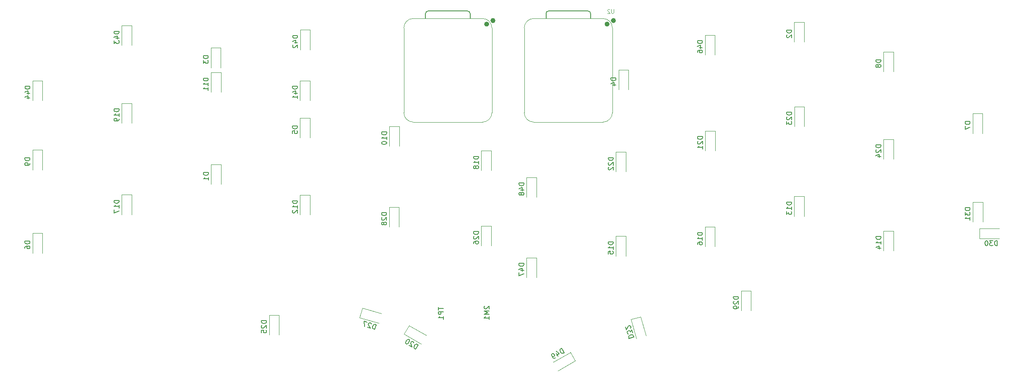
<source format=gbr>
%TF.GenerationSoftware,KiCad,Pcbnew,9.0.6*%
%TF.CreationDate,2026-01-07T23:40:19+05:30*%
%TF.ProjectId,Splitty,53706c69-7474-4792-9e6b-696361645f70,rev?*%
%TF.SameCoordinates,Original*%
%TF.FileFunction,Legend,Bot*%
%TF.FilePolarity,Positive*%
%FSLAX46Y46*%
G04 Gerber Fmt 4.6, Leading zero omitted, Abs format (unit mm)*
G04 Created by KiCad (PCBNEW 9.0.6) date 2026-01-07 23:40:19*
%MOMM*%
%LPD*%
G01*
G04 APERTURE LIST*
%ADD10C,0.150000*%
%ADD11C,0.106680*%
%ADD12C,0.120000*%
%ADD13C,0.100000*%
%ADD14C,0.127000*%
%ADD15C,0.504000*%
G04 APERTURE END LIST*
D10*
X139268393Y-86028449D02*
X138268393Y-86028449D01*
X138268393Y-86028449D02*
X138268393Y-86266544D01*
X138268393Y-86266544D02*
X138316012Y-86409401D01*
X138316012Y-86409401D02*
X138411250Y-86504639D01*
X138411250Y-86504639D02*
X138506488Y-86552258D01*
X138506488Y-86552258D02*
X138696964Y-86599877D01*
X138696964Y-86599877D02*
X138839821Y-86599877D01*
X138839821Y-86599877D02*
X139030297Y-86552258D01*
X139030297Y-86552258D02*
X139125535Y-86504639D01*
X139125535Y-86504639D02*
X139220774Y-86409401D01*
X139220774Y-86409401D02*
X139268393Y-86266544D01*
X139268393Y-86266544D02*
X139268393Y-86028449D01*
X139268393Y-87552258D02*
X139268393Y-86980830D01*
X139268393Y-87266544D02*
X138268393Y-87266544D01*
X138268393Y-87266544D02*
X138411250Y-87171306D01*
X138411250Y-87171306D02*
X138506488Y-87076068D01*
X138506488Y-87076068D02*
X138554107Y-86980830D01*
X138696964Y-88123687D02*
X138649345Y-88028449D01*
X138649345Y-88028449D02*
X138601726Y-87980830D01*
X138601726Y-87980830D02*
X138506488Y-87933211D01*
X138506488Y-87933211D02*
X138458869Y-87933211D01*
X138458869Y-87933211D02*
X138363631Y-87980830D01*
X138363631Y-87980830D02*
X138316012Y-88028449D01*
X138316012Y-88028449D02*
X138268393Y-88123687D01*
X138268393Y-88123687D02*
X138268393Y-88314163D01*
X138268393Y-88314163D02*
X138316012Y-88409401D01*
X138316012Y-88409401D02*
X138363631Y-88457020D01*
X138363631Y-88457020D02*
X138458869Y-88504639D01*
X138458869Y-88504639D02*
X138506488Y-88504639D01*
X138506488Y-88504639D02*
X138601726Y-88457020D01*
X138601726Y-88457020D02*
X138649345Y-88409401D01*
X138649345Y-88409401D02*
X138696964Y-88314163D01*
X138696964Y-88314163D02*
X138696964Y-88123687D01*
X138696964Y-88123687D02*
X138744583Y-88028449D01*
X138744583Y-88028449D02*
X138792202Y-87980830D01*
X138792202Y-87980830D02*
X138887440Y-87933211D01*
X138887440Y-87933211D02*
X139077916Y-87933211D01*
X139077916Y-87933211D02*
X139173154Y-87980830D01*
X139173154Y-87980830D02*
X139220774Y-88028449D01*
X139220774Y-88028449D02*
X139268393Y-88123687D01*
X139268393Y-88123687D02*
X139268393Y-88314163D01*
X139268393Y-88314163D02*
X139220774Y-88409401D01*
X139220774Y-88409401D02*
X139173154Y-88457020D01*
X139173154Y-88457020D02*
X139077916Y-88504639D01*
X139077916Y-88504639D02*
X138887440Y-88504639D01*
X138887440Y-88504639D02*
X138792202Y-88457020D01*
X138792202Y-88457020D02*
X138744583Y-88409401D01*
X138744583Y-88409401D02*
X138696964Y-88314163D01*
X220472339Y-66492767D02*
X219472339Y-66492767D01*
X219472339Y-66492767D02*
X219472339Y-66730862D01*
X219472339Y-66730862D02*
X219519958Y-66873719D01*
X219519958Y-66873719D02*
X219615196Y-66968957D01*
X219615196Y-66968957D02*
X219710434Y-67016576D01*
X219710434Y-67016576D02*
X219900910Y-67064195D01*
X219900910Y-67064195D02*
X220043767Y-67064195D01*
X220043767Y-67064195D02*
X220234243Y-67016576D01*
X220234243Y-67016576D02*
X220329481Y-66968957D01*
X220329481Y-66968957D02*
X220424720Y-66873719D01*
X220424720Y-66873719D02*
X220472339Y-66730862D01*
X220472339Y-66730862D02*
X220472339Y-66492767D01*
X219900910Y-67635624D02*
X219853291Y-67540386D01*
X219853291Y-67540386D02*
X219805672Y-67492767D01*
X219805672Y-67492767D02*
X219710434Y-67445148D01*
X219710434Y-67445148D02*
X219662815Y-67445148D01*
X219662815Y-67445148D02*
X219567577Y-67492767D01*
X219567577Y-67492767D02*
X219519958Y-67540386D01*
X219519958Y-67540386D02*
X219472339Y-67635624D01*
X219472339Y-67635624D02*
X219472339Y-67826100D01*
X219472339Y-67826100D02*
X219519958Y-67921338D01*
X219519958Y-67921338D02*
X219567577Y-67968957D01*
X219567577Y-67968957D02*
X219662815Y-68016576D01*
X219662815Y-68016576D02*
X219710434Y-68016576D01*
X219710434Y-68016576D02*
X219805672Y-67968957D01*
X219805672Y-67968957D02*
X219853291Y-67921338D01*
X219853291Y-67921338D02*
X219900910Y-67826100D01*
X219900910Y-67826100D02*
X219900910Y-67635624D01*
X219900910Y-67635624D02*
X219948529Y-67540386D01*
X219948529Y-67540386D02*
X219996148Y-67492767D01*
X219996148Y-67492767D02*
X220091386Y-67445148D01*
X220091386Y-67445148D02*
X220281862Y-67445148D01*
X220281862Y-67445148D02*
X220377100Y-67492767D01*
X220377100Y-67492767D02*
X220424720Y-67540386D01*
X220424720Y-67540386D02*
X220472339Y-67635624D01*
X220472339Y-67635624D02*
X220472339Y-67826100D01*
X220472339Y-67826100D02*
X220424720Y-67921338D01*
X220424720Y-67921338D02*
X220377100Y-67968957D01*
X220377100Y-67968957D02*
X220281862Y-68016576D01*
X220281862Y-68016576D02*
X220091386Y-68016576D01*
X220091386Y-68016576D02*
X219996148Y-67968957D01*
X219996148Y-67968957D02*
X219948529Y-67921338D01*
X219948529Y-67921338D02*
X219900910Y-67826100D01*
X191732339Y-114396576D02*
X190732339Y-114396576D01*
X190732339Y-114396576D02*
X190732339Y-114634671D01*
X190732339Y-114634671D02*
X190779958Y-114777528D01*
X190779958Y-114777528D02*
X190875196Y-114872766D01*
X190875196Y-114872766D02*
X190970434Y-114920385D01*
X190970434Y-114920385D02*
X191160910Y-114968004D01*
X191160910Y-114968004D02*
X191303767Y-114968004D01*
X191303767Y-114968004D02*
X191494243Y-114920385D01*
X191494243Y-114920385D02*
X191589481Y-114872766D01*
X191589481Y-114872766D02*
X191684720Y-114777528D01*
X191684720Y-114777528D02*
X191732339Y-114634671D01*
X191732339Y-114634671D02*
X191732339Y-114396576D01*
X190827577Y-115348957D02*
X190779958Y-115396576D01*
X190779958Y-115396576D02*
X190732339Y-115491814D01*
X190732339Y-115491814D02*
X190732339Y-115729909D01*
X190732339Y-115729909D02*
X190779958Y-115825147D01*
X190779958Y-115825147D02*
X190827577Y-115872766D01*
X190827577Y-115872766D02*
X190922815Y-115920385D01*
X190922815Y-115920385D02*
X191018053Y-115920385D01*
X191018053Y-115920385D02*
X191160910Y-115872766D01*
X191160910Y-115872766D02*
X191732339Y-115301338D01*
X191732339Y-115301338D02*
X191732339Y-115920385D01*
X191732339Y-116396576D02*
X191732339Y-116587052D01*
X191732339Y-116587052D02*
X191684720Y-116682290D01*
X191684720Y-116682290D02*
X191637100Y-116729909D01*
X191637100Y-116729909D02*
X191494243Y-116825147D01*
X191494243Y-116825147D02*
X191303767Y-116872766D01*
X191303767Y-116872766D02*
X190922815Y-116872766D01*
X190922815Y-116872766D02*
X190827577Y-116825147D01*
X190827577Y-116825147D02*
X190779958Y-116777528D01*
X190779958Y-116777528D02*
X190732339Y-116682290D01*
X190732339Y-116682290D02*
X190732339Y-116491814D01*
X190732339Y-116491814D02*
X190779958Y-116396576D01*
X190779958Y-116396576D02*
X190827577Y-116348957D01*
X190827577Y-116348957D02*
X190922815Y-116301338D01*
X190922815Y-116301338D02*
X191160910Y-116301338D01*
X191160910Y-116301338D02*
X191256148Y-116348957D01*
X191256148Y-116348957D02*
X191303767Y-116396576D01*
X191303767Y-116396576D02*
X191351386Y-116491814D01*
X191351386Y-116491814D02*
X191351386Y-116682290D01*
X191351386Y-116682290D02*
X191303767Y-116777528D01*
X191303767Y-116777528D02*
X191256148Y-116825147D01*
X191256148Y-116825147D02*
X191160910Y-116872766D01*
X220472339Y-83716576D02*
X219472339Y-83716576D01*
X219472339Y-83716576D02*
X219472339Y-83954671D01*
X219472339Y-83954671D02*
X219519958Y-84097528D01*
X219519958Y-84097528D02*
X219615196Y-84192766D01*
X219615196Y-84192766D02*
X219710434Y-84240385D01*
X219710434Y-84240385D02*
X219900910Y-84288004D01*
X219900910Y-84288004D02*
X220043767Y-84288004D01*
X220043767Y-84288004D02*
X220234243Y-84240385D01*
X220234243Y-84240385D02*
X220329481Y-84192766D01*
X220329481Y-84192766D02*
X220424720Y-84097528D01*
X220424720Y-84097528D02*
X220472339Y-83954671D01*
X220472339Y-83954671D02*
X220472339Y-83716576D01*
X219567577Y-84668957D02*
X219519958Y-84716576D01*
X219519958Y-84716576D02*
X219472339Y-84811814D01*
X219472339Y-84811814D02*
X219472339Y-85049909D01*
X219472339Y-85049909D02*
X219519958Y-85145147D01*
X219519958Y-85145147D02*
X219567577Y-85192766D01*
X219567577Y-85192766D02*
X219662815Y-85240385D01*
X219662815Y-85240385D02*
X219758053Y-85240385D01*
X219758053Y-85240385D02*
X219900910Y-85192766D01*
X219900910Y-85192766D02*
X220472339Y-84621338D01*
X220472339Y-84621338D02*
X220472339Y-85240385D01*
X219805672Y-86097528D02*
X220472339Y-86097528D01*
X219424720Y-85859433D02*
X220139005Y-85621338D01*
X220139005Y-85621338D02*
X220139005Y-86240385D01*
X169642499Y-122864746D02*
X170603761Y-122589109D01*
X170603761Y-122589109D02*
X170538133Y-122360237D01*
X170538133Y-122360237D02*
X170452982Y-122236039D01*
X170452982Y-122236039D02*
X170335182Y-122170742D01*
X170335182Y-122170742D02*
X170230507Y-122151219D01*
X170230507Y-122151219D02*
X170034284Y-122157947D01*
X170034284Y-122157947D02*
X169896961Y-122197323D01*
X169896961Y-122197323D02*
X169726989Y-122295600D01*
X169726989Y-122295600D02*
X169648566Y-122367626D01*
X169648566Y-122367626D02*
X169583269Y-122485425D01*
X169583269Y-122485425D02*
X169576871Y-122635874D01*
X169576871Y-122635874D02*
X169642499Y-122864746D01*
X170354374Y-121719396D02*
X170183742Y-121124329D01*
X170183742Y-121124329D02*
X169909426Y-121549754D01*
X169909426Y-121549754D02*
X169870049Y-121412431D01*
X169870049Y-121412431D02*
X169798024Y-121334008D01*
X169798024Y-121334008D02*
X169739124Y-121301359D01*
X169739124Y-121301359D02*
X169634449Y-121281836D01*
X169634449Y-121281836D02*
X169405578Y-121347464D01*
X169405578Y-121347464D02*
X169327154Y-121419489D01*
X169327154Y-121419489D02*
X169294506Y-121478389D01*
X169294506Y-121478389D02*
X169274982Y-121583064D01*
X169274982Y-121583064D02*
X169353736Y-121857710D01*
X169353736Y-121857710D02*
X169425761Y-121936133D01*
X169425761Y-121936133D02*
X169484661Y-121968782D01*
X169987188Y-120784385D02*
X170019837Y-120725485D01*
X170019837Y-120725485D02*
X170039360Y-120620811D01*
X170039360Y-120620811D02*
X169973732Y-120391939D01*
X169973732Y-120391939D02*
X169901707Y-120313516D01*
X169901707Y-120313516D02*
X169842807Y-120280867D01*
X169842807Y-120280867D02*
X169738133Y-120261344D01*
X169738133Y-120261344D02*
X169646584Y-120287595D01*
X169646584Y-120287595D02*
X169522386Y-120372746D01*
X169522386Y-120372746D02*
X169130601Y-121079546D01*
X169130601Y-121079546D02*
X168959968Y-120484479D01*
X238482339Y-96426576D02*
X237482339Y-96426576D01*
X237482339Y-96426576D02*
X237482339Y-96664671D01*
X237482339Y-96664671D02*
X237529958Y-96807528D01*
X237529958Y-96807528D02*
X237625196Y-96902766D01*
X237625196Y-96902766D02*
X237720434Y-96950385D01*
X237720434Y-96950385D02*
X237910910Y-96998004D01*
X237910910Y-96998004D02*
X238053767Y-96998004D01*
X238053767Y-96998004D02*
X238244243Y-96950385D01*
X238244243Y-96950385D02*
X238339481Y-96902766D01*
X238339481Y-96902766D02*
X238434720Y-96807528D01*
X238434720Y-96807528D02*
X238482339Y-96664671D01*
X238482339Y-96664671D02*
X238482339Y-96426576D01*
X237482339Y-97331338D02*
X237482339Y-97950385D01*
X237482339Y-97950385D02*
X237863291Y-97617052D01*
X237863291Y-97617052D02*
X237863291Y-97759909D01*
X237863291Y-97759909D02*
X237910910Y-97855147D01*
X237910910Y-97855147D02*
X237958529Y-97902766D01*
X237958529Y-97902766D02*
X238053767Y-97950385D01*
X238053767Y-97950385D02*
X238291862Y-97950385D01*
X238291862Y-97950385D02*
X238387100Y-97902766D01*
X238387100Y-97902766D02*
X238434720Y-97855147D01*
X238434720Y-97855147D02*
X238482339Y-97759909D01*
X238482339Y-97759909D02*
X238482339Y-97474195D01*
X238482339Y-97474195D02*
X238434720Y-97378957D01*
X238434720Y-97378957D02*
X238387100Y-97331338D01*
X238482339Y-98902766D02*
X238482339Y-98331338D01*
X238482339Y-98617052D02*
X237482339Y-98617052D01*
X237482339Y-98617052D02*
X237625196Y-98521814D01*
X237625196Y-98521814D02*
X237720434Y-98426576D01*
X237720434Y-98426576D02*
X237768053Y-98331338D01*
X166442339Y-103326576D02*
X165442339Y-103326576D01*
X165442339Y-103326576D02*
X165442339Y-103564671D01*
X165442339Y-103564671D02*
X165489958Y-103707528D01*
X165489958Y-103707528D02*
X165585196Y-103802766D01*
X165585196Y-103802766D02*
X165680434Y-103850385D01*
X165680434Y-103850385D02*
X165870910Y-103898004D01*
X165870910Y-103898004D02*
X166013767Y-103898004D01*
X166013767Y-103898004D02*
X166204243Y-103850385D01*
X166204243Y-103850385D02*
X166299481Y-103802766D01*
X166299481Y-103802766D02*
X166394720Y-103707528D01*
X166394720Y-103707528D02*
X166442339Y-103564671D01*
X166442339Y-103564671D02*
X166442339Y-103326576D01*
X166442339Y-104850385D02*
X166442339Y-104278957D01*
X166442339Y-104564671D02*
X165442339Y-104564671D01*
X165442339Y-104564671D02*
X165585196Y-104469433D01*
X165585196Y-104469433D02*
X165680434Y-104374195D01*
X165680434Y-104374195D02*
X165728053Y-104278957D01*
X165442339Y-105755147D02*
X165442339Y-105278957D01*
X165442339Y-105278957D02*
X165918529Y-105231338D01*
X165918529Y-105231338D02*
X165870910Y-105278957D01*
X165870910Y-105278957D02*
X165823291Y-105374195D01*
X165823291Y-105374195D02*
X165823291Y-105612290D01*
X165823291Y-105612290D02*
X165870910Y-105707528D01*
X165870910Y-105707528D02*
X165918529Y-105755147D01*
X165918529Y-105755147D02*
X166013767Y-105802766D01*
X166013767Y-105802766D02*
X166251862Y-105802766D01*
X166251862Y-105802766D02*
X166347100Y-105755147D01*
X166347100Y-105755147D02*
X166394720Y-105707528D01*
X166394720Y-105707528D02*
X166442339Y-105612290D01*
X166442339Y-105612290D02*
X166442339Y-105374195D01*
X166442339Y-105374195D02*
X166394720Y-105278957D01*
X166394720Y-105278957D02*
X166347100Y-105231338D01*
X131183393Y-116550830D02*
X131183393Y-117122258D01*
X132183393Y-116836544D02*
X131183393Y-116836544D01*
X132183393Y-117455592D02*
X131183393Y-117455592D01*
X131183393Y-117455592D02*
X131183393Y-117836544D01*
X131183393Y-117836544D02*
X131231012Y-117931782D01*
X131231012Y-117931782D02*
X131278631Y-117979401D01*
X131278631Y-117979401D02*
X131373869Y-118027020D01*
X131373869Y-118027020D02*
X131516726Y-118027020D01*
X131516726Y-118027020D02*
X131611964Y-117979401D01*
X131611964Y-117979401D02*
X131659583Y-117931782D01*
X131659583Y-117931782D02*
X131707202Y-117836544D01*
X131707202Y-117836544D02*
X131707202Y-117455592D01*
X132183393Y-118979401D02*
X132183393Y-118407973D01*
X132183393Y-118693687D02*
X131183393Y-118693687D01*
X131183393Y-118693687D02*
X131326250Y-118598449D01*
X131326250Y-118598449D02*
X131421488Y-118503211D01*
X131421488Y-118503211D02*
X131469107Y-118407973D01*
D11*
X166526069Y-56297253D02*
X166526069Y-56930560D01*
X166526069Y-56930560D02*
X166488816Y-57005066D01*
X166488816Y-57005066D02*
X166451562Y-57042320D01*
X166451562Y-57042320D02*
X166377056Y-57079573D01*
X166377056Y-57079573D02*
X166228042Y-57079573D01*
X166228042Y-57079573D02*
X166153536Y-57042320D01*
X166153536Y-57042320D02*
X166116282Y-57005066D01*
X166116282Y-57005066D02*
X166079029Y-56930560D01*
X166079029Y-56930560D02*
X166079029Y-56297253D01*
X165743749Y-56371760D02*
X165706496Y-56334506D01*
X165706496Y-56334506D02*
X165631989Y-56297253D01*
X165631989Y-56297253D02*
X165445723Y-56297253D01*
X165445723Y-56297253D02*
X165371216Y-56334506D01*
X165371216Y-56334506D02*
X165333963Y-56371760D01*
X165333963Y-56371760D02*
X165296709Y-56446266D01*
X165296709Y-56446266D02*
X165296709Y-56520773D01*
X165296709Y-56520773D02*
X165333963Y-56632533D01*
X165333963Y-56632533D02*
X165781003Y-57079573D01*
X165781003Y-57079573D02*
X165296709Y-57079573D01*
D10*
X184452339Y-101439076D02*
X183452339Y-101439076D01*
X183452339Y-101439076D02*
X183452339Y-101677171D01*
X183452339Y-101677171D02*
X183499958Y-101820028D01*
X183499958Y-101820028D02*
X183595196Y-101915266D01*
X183595196Y-101915266D02*
X183690434Y-101962885D01*
X183690434Y-101962885D02*
X183880910Y-102010504D01*
X183880910Y-102010504D02*
X184023767Y-102010504D01*
X184023767Y-102010504D02*
X184214243Y-101962885D01*
X184214243Y-101962885D02*
X184309481Y-101915266D01*
X184309481Y-101915266D02*
X184404720Y-101820028D01*
X184404720Y-101820028D02*
X184452339Y-101677171D01*
X184452339Y-101677171D02*
X184452339Y-101439076D01*
X184452339Y-102962885D02*
X184452339Y-102391457D01*
X184452339Y-102677171D02*
X183452339Y-102677171D01*
X183452339Y-102677171D02*
X183595196Y-102581933D01*
X183595196Y-102581933D02*
X183690434Y-102486695D01*
X183690434Y-102486695D02*
X183738053Y-102391457D01*
X183452339Y-103820028D02*
X183452339Y-103629552D01*
X183452339Y-103629552D02*
X183499958Y-103534314D01*
X183499958Y-103534314D02*
X183547577Y-103486695D01*
X183547577Y-103486695D02*
X183690434Y-103391457D01*
X183690434Y-103391457D02*
X183880910Y-103343838D01*
X183880910Y-103343838D02*
X184261862Y-103343838D01*
X184261862Y-103343838D02*
X184357100Y-103391457D01*
X184357100Y-103391457D02*
X184404720Y-103439076D01*
X184404720Y-103439076D02*
X184452339Y-103534314D01*
X184452339Y-103534314D02*
X184452339Y-103724790D01*
X184452339Y-103724790D02*
X184404720Y-103820028D01*
X184404720Y-103820028D02*
X184357100Y-103867647D01*
X184357100Y-103867647D02*
X184261862Y-103915266D01*
X184261862Y-103915266D02*
X184023767Y-103915266D01*
X184023767Y-103915266D02*
X183928529Y-103867647D01*
X183928529Y-103867647D02*
X183880910Y-103820028D01*
X183880910Y-103820028D02*
X183833291Y-103724790D01*
X183833291Y-103724790D02*
X183833291Y-103534314D01*
X183833291Y-103534314D02*
X183880910Y-103439076D01*
X183880910Y-103439076D02*
X183928529Y-103391457D01*
X183928529Y-103391457D02*
X184023767Y-103343838D01*
X102754819Y-61574076D02*
X101754819Y-61574076D01*
X101754819Y-61574076D02*
X101754819Y-61812171D01*
X101754819Y-61812171D02*
X101802438Y-61955028D01*
X101802438Y-61955028D02*
X101897676Y-62050266D01*
X101897676Y-62050266D02*
X101992914Y-62097885D01*
X101992914Y-62097885D02*
X102183390Y-62145504D01*
X102183390Y-62145504D02*
X102326247Y-62145504D01*
X102326247Y-62145504D02*
X102516723Y-62097885D01*
X102516723Y-62097885D02*
X102611961Y-62050266D01*
X102611961Y-62050266D02*
X102707200Y-61955028D01*
X102707200Y-61955028D02*
X102754819Y-61812171D01*
X102754819Y-61812171D02*
X102754819Y-61574076D01*
X102088152Y-63002647D02*
X102754819Y-63002647D01*
X101707200Y-62764552D02*
X102421485Y-62526457D01*
X102421485Y-62526457D02*
X102421485Y-63145504D01*
X101850057Y-63478838D02*
X101802438Y-63526457D01*
X101802438Y-63526457D02*
X101754819Y-63621695D01*
X101754819Y-63621695D02*
X101754819Y-63859790D01*
X101754819Y-63859790D02*
X101802438Y-63955028D01*
X101802438Y-63955028D02*
X101850057Y-64002647D01*
X101850057Y-64002647D02*
X101945295Y-64050266D01*
X101945295Y-64050266D02*
X102040533Y-64050266D01*
X102040533Y-64050266D02*
X102183390Y-64002647D01*
X102183390Y-64002647D02*
X102754819Y-63431219D01*
X102754819Y-63431219D02*
X102754819Y-64050266D01*
X84718393Y-65687140D02*
X83718393Y-65687140D01*
X83718393Y-65687140D02*
X83718393Y-65925235D01*
X83718393Y-65925235D02*
X83766012Y-66068092D01*
X83766012Y-66068092D02*
X83861250Y-66163330D01*
X83861250Y-66163330D02*
X83956488Y-66210949D01*
X83956488Y-66210949D02*
X84146964Y-66258568D01*
X84146964Y-66258568D02*
X84289821Y-66258568D01*
X84289821Y-66258568D02*
X84480297Y-66210949D01*
X84480297Y-66210949D02*
X84575535Y-66163330D01*
X84575535Y-66163330D02*
X84670774Y-66068092D01*
X84670774Y-66068092D02*
X84718393Y-65925235D01*
X84718393Y-65925235D02*
X84718393Y-65687140D01*
X83718393Y-66591902D02*
X83718393Y-67210949D01*
X83718393Y-67210949D02*
X84099345Y-66877616D01*
X84099345Y-66877616D02*
X84099345Y-67020473D01*
X84099345Y-67020473D02*
X84146964Y-67115711D01*
X84146964Y-67115711D02*
X84194583Y-67163330D01*
X84194583Y-67163330D02*
X84289821Y-67210949D01*
X84289821Y-67210949D02*
X84527916Y-67210949D01*
X84527916Y-67210949D02*
X84623154Y-67163330D01*
X84623154Y-67163330D02*
X84670774Y-67115711D01*
X84670774Y-67115711D02*
X84718393Y-67020473D01*
X84718393Y-67020473D02*
X84718393Y-66734759D01*
X84718393Y-66734759D02*
X84670774Y-66639521D01*
X84670774Y-66639521D02*
X84623154Y-66591902D01*
X66698393Y-94938449D02*
X65698393Y-94938449D01*
X65698393Y-94938449D02*
X65698393Y-95176544D01*
X65698393Y-95176544D02*
X65746012Y-95319401D01*
X65746012Y-95319401D02*
X65841250Y-95414639D01*
X65841250Y-95414639D02*
X65936488Y-95462258D01*
X65936488Y-95462258D02*
X66126964Y-95509877D01*
X66126964Y-95509877D02*
X66269821Y-95509877D01*
X66269821Y-95509877D02*
X66460297Y-95462258D01*
X66460297Y-95462258D02*
X66555535Y-95414639D01*
X66555535Y-95414639D02*
X66650774Y-95319401D01*
X66650774Y-95319401D02*
X66698393Y-95176544D01*
X66698393Y-95176544D02*
X66698393Y-94938449D01*
X66698393Y-96462258D02*
X66698393Y-95890830D01*
X66698393Y-96176544D02*
X65698393Y-96176544D01*
X65698393Y-96176544D02*
X65841250Y-96081306D01*
X65841250Y-96081306D02*
X65936488Y-95986068D01*
X65936488Y-95986068D02*
X65984107Y-95890830D01*
X65698393Y-96795592D02*
X65698393Y-97462258D01*
X65698393Y-97462258D02*
X66698393Y-97033687D01*
X120718393Y-81108449D02*
X119718393Y-81108449D01*
X119718393Y-81108449D02*
X119718393Y-81346544D01*
X119718393Y-81346544D02*
X119766012Y-81489401D01*
X119766012Y-81489401D02*
X119861250Y-81584639D01*
X119861250Y-81584639D02*
X119956488Y-81632258D01*
X119956488Y-81632258D02*
X120146964Y-81679877D01*
X120146964Y-81679877D02*
X120289821Y-81679877D01*
X120289821Y-81679877D02*
X120480297Y-81632258D01*
X120480297Y-81632258D02*
X120575535Y-81584639D01*
X120575535Y-81584639D02*
X120670774Y-81489401D01*
X120670774Y-81489401D02*
X120718393Y-81346544D01*
X120718393Y-81346544D02*
X120718393Y-81108449D01*
X120718393Y-82632258D02*
X120718393Y-82060830D01*
X120718393Y-82346544D02*
X119718393Y-82346544D01*
X119718393Y-82346544D02*
X119861250Y-82251306D01*
X119861250Y-82251306D02*
X119956488Y-82156068D01*
X119956488Y-82156068D02*
X120004107Y-82060830D01*
X119718393Y-83251306D02*
X119718393Y-83346544D01*
X119718393Y-83346544D02*
X119766012Y-83441782D01*
X119766012Y-83441782D02*
X119813631Y-83489401D01*
X119813631Y-83489401D02*
X119908869Y-83537020D01*
X119908869Y-83537020D02*
X120099345Y-83584639D01*
X120099345Y-83584639D02*
X120337440Y-83584639D01*
X120337440Y-83584639D02*
X120527916Y-83537020D01*
X120527916Y-83537020D02*
X120623154Y-83489401D01*
X120623154Y-83489401D02*
X120670774Y-83441782D01*
X120670774Y-83441782D02*
X120718393Y-83346544D01*
X120718393Y-83346544D02*
X120718393Y-83251306D01*
X120718393Y-83251306D02*
X120670774Y-83156068D01*
X120670774Y-83156068D02*
X120623154Y-83108449D01*
X120623154Y-83108449D02*
X120527916Y-83060830D01*
X120527916Y-83060830D02*
X120337440Y-83013211D01*
X120337440Y-83013211D02*
X120099345Y-83013211D01*
X120099345Y-83013211D02*
X119908869Y-83060830D01*
X119908869Y-83060830D02*
X119813631Y-83108449D01*
X119813631Y-83108449D02*
X119766012Y-83156068D01*
X119766012Y-83156068D02*
X119718393Y-83251306D01*
X48718393Y-86354640D02*
X47718393Y-86354640D01*
X47718393Y-86354640D02*
X47718393Y-86592735D01*
X47718393Y-86592735D02*
X47766012Y-86735592D01*
X47766012Y-86735592D02*
X47861250Y-86830830D01*
X47861250Y-86830830D02*
X47956488Y-86878449D01*
X47956488Y-86878449D02*
X48146964Y-86926068D01*
X48146964Y-86926068D02*
X48289821Y-86926068D01*
X48289821Y-86926068D02*
X48480297Y-86878449D01*
X48480297Y-86878449D02*
X48575535Y-86830830D01*
X48575535Y-86830830D02*
X48670774Y-86735592D01*
X48670774Y-86735592D02*
X48718393Y-86592735D01*
X48718393Y-86592735D02*
X48718393Y-86354640D01*
X48718393Y-87402259D02*
X48718393Y-87592735D01*
X48718393Y-87592735D02*
X48670774Y-87687973D01*
X48670774Y-87687973D02*
X48623154Y-87735592D01*
X48623154Y-87735592D02*
X48480297Y-87830830D01*
X48480297Y-87830830D02*
X48289821Y-87878449D01*
X48289821Y-87878449D02*
X47908869Y-87878449D01*
X47908869Y-87878449D02*
X47813631Y-87830830D01*
X47813631Y-87830830D02*
X47766012Y-87783211D01*
X47766012Y-87783211D02*
X47718393Y-87687973D01*
X47718393Y-87687973D02*
X47718393Y-87497497D01*
X47718393Y-87497497D02*
X47766012Y-87402259D01*
X47766012Y-87402259D02*
X47813631Y-87354640D01*
X47813631Y-87354640D02*
X47908869Y-87307021D01*
X47908869Y-87307021D02*
X48146964Y-87307021D01*
X48146964Y-87307021D02*
X48242202Y-87354640D01*
X48242202Y-87354640D02*
X48289821Y-87402259D01*
X48289821Y-87402259D02*
X48337440Y-87497497D01*
X48337440Y-87497497D02*
X48337440Y-87687973D01*
X48337440Y-87687973D02*
X48289821Y-87783211D01*
X48289821Y-87783211D02*
X48242202Y-87830830D01*
X48242202Y-87830830D02*
X48146964Y-87878449D01*
X140528631Y-116329402D02*
X140481012Y-116377021D01*
X140481012Y-116377021D02*
X140433393Y-116472259D01*
X140433393Y-116472259D02*
X140433393Y-116710354D01*
X140433393Y-116710354D02*
X140481012Y-116805592D01*
X140481012Y-116805592D02*
X140528631Y-116853211D01*
X140528631Y-116853211D02*
X140623869Y-116900830D01*
X140623869Y-116900830D02*
X140719107Y-116900830D01*
X140719107Y-116900830D02*
X140861964Y-116853211D01*
X140861964Y-116853211D02*
X141433393Y-116281783D01*
X141433393Y-116281783D02*
X141433393Y-116900830D01*
X141433393Y-117329402D02*
X140433393Y-117329402D01*
X140433393Y-117329402D02*
X141147678Y-117662735D01*
X141147678Y-117662735D02*
X140433393Y-117996068D01*
X140433393Y-117996068D02*
X141433393Y-117996068D01*
X141433393Y-118996068D02*
X141433393Y-118424640D01*
X141433393Y-118710354D02*
X140433393Y-118710354D01*
X140433393Y-118710354D02*
X140576250Y-118615116D01*
X140576250Y-118615116D02*
X140671488Y-118519878D01*
X140671488Y-118519878D02*
X140719107Y-118424640D01*
X148412339Y-107696576D02*
X147412339Y-107696576D01*
X147412339Y-107696576D02*
X147412339Y-107934671D01*
X147412339Y-107934671D02*
X147459958Y-108077528D01*
X147459958Y-108077528D02*
X147555196Y-108172766D01*
X147555196Y-108172766D02*
X147650434Y-108220385D01*
X147650434Y-108220385D02*
X147840910Y-108268004D01*
X147840910Y-108268004D02*
X147983767Y-108268004D01*
X147983767Y-108268004D02*
X148174243Y-108220385D01*
X148174243Y-108220385D02*
X148269481Y-108172766D01*
X148269481Y-108172766D02*
X148364720Y-108077528D01*
X148364720Y-108077528D02*
X148412339Y-107934671D01*
X148412339Y-107934671D02*
X148412339Y-107696576D01*
X147745672Y-109125147D02*
X148412339Y-109125147D01*
X147364720Y-108887052D02*
X148079005Y-108648957D01*
X148079005Y-108648957D02*
X148079005Y-109268004D01*
X147412339Y-109553719D02*
X147412339Y-110220385D01*
X147412339Y-110220385D02*
X148412339Y-109791814D01*
X102718393Y-95000949D02*
X101718393Y-95000949D01*
X101718393Y-95000949D02*
X101718393Y-95239044D01*
X101718393Y-95239044D02*
X101766012Y-95381901D01*
X101766012Y-95381901D02*
X101861250Y-95477139D01*
X101861250Y-95477139D02*
X101956488Y-95524758D01*
X101956488Y-95524758D02*
X102146964Y-95572377D01*
X102146964Y-95572377D02*
X102289821Y-95572377D01*
X102289821Y-95572377D02*
X102480297Y-95524758D01*
X102480297Y-95524758D02*
X102575535Y-95477139D01*
X102575535Y-95477139D02*
X102670774Y-95381901D01*
X102670774Y-95381901D02*
X102718393Y-95239044D01*
X102718393Y-95239044D02*
X102718393Y-95000949D01*
X102718393Y-96524758D02*
X102718393Y-95953330D01*
X102718393Y-96239044D02*
X101718393Y-96239044D01*
X101718393Y-96239044D02*
X101861250Y-96143806D01*
X101861250Y-96143806D02*
X101956488Y-96048568D01*
X101956488Y-96048568D02*
X102004107Y-95953330D01*
X101813631Y-96905711D02*
X101766012Y-96953330D01*
X101766012Y-96953330D02*
X101718393Y-97048568D01*
X101718393Y-97048568D02*
X101718393Y-97286663D01*
X101718393Y-97286663D02*
X101766012Y-97381901D01*
X101766012Y-97381901D02*
X101813631Y-97429520D01*
X101813631Y-97429520D02*
X101908869Y-97477139D01*
X101908869Y-97477139D02*
X102004107Y-97477139D01*
X102004107Y-97477139D02*
X102146964Y-97429520D01*
X102146964Y-97429520D02*
X102718393Y-96858092D01*
X102718393Y-96858092D02*
X102718393Y-97477139D01*
X120698393Y-97418449D02*
X119698393Y-97418449D01*
X119698393Y-97418449D02*
X119698393Y-97656544D01*
X119698393Y-97656544D02*
X119746012Y-97799401D01*
X119746012Y-97799401D02*
X119841250Y-97894639D01*
X119841250Y-97894639D02*
X119936488Y-97942258D01*
X119936488Y-97942258D02*
X120126964Y-97989877D01*
X120126964Y-97989877D02*
X120269821Y-97989877D01*
X120269821Y-97989877D02*
X120460297Y-97942258D01*
X120460297Y-97942258D02*
X120555535Y-97894639D01*
X120555535Y-97894639D02*
X120650774Y-97799401D01*
X120650774Y-97799401D02*
X120698393Y-97656544D01*
X120698393Y-97656544D02*
X120698393Y-97418449D01*
X119793631Y-98370830D02*
X119746012Y-98418449D01*
X119746012Y-98418449D02*
X119698393Y-98513687D01*
X119698393Y-98513687D02*
X119698393Y-98751782D01*
X119698393Y-98751782D02*
X119746012Y-98847020D01*
X119746012Y-98847020D02*
X119793631Y-98894639D01*
X119793631Y-98894639D02*
X119888869Y-98942258D01*
X119888869Y-98942258D02*
X119984107Y-98942258D01*
X119984107Y-98942258D02*
X120126964Y-98894639D01*
X120126964Y-98894639D02*
X120698393Y-98323211D01*
X120698393Y-98323211D02*
X120698393Y-98942258D01*
X120126964Y-99513687D02*
X120079345Y-99418449D01*
X120079345Y-99418449D02*
X120031726Y-99370830D01*
X120031726Y-99370830D02*
X119936488Y-99323211D01*
X119936488Y-99323211D02*
X119888869Y-99323211D01*
X119888869Y-99323211D02*
X119793631Y-99370830D01*
X119793631Y-99370830D02*
X119746012Y-99418449D01*
X119746012Y-99418449D02*
X119698393Y-99513687D01*
X119698393Y-99513687D02*
X119698393Y-99704163D01*
X119698393Y-99704163D02*
X119746012Y-99799401D01*
X119746012Y-99799401D02*
X119793631Y-99847020D01*
X119793631Y-99847020D02*
X119888869Y-99894639D01*
X119888869Y-99894639D02*
X119936488Y-99894639D01*
X119936488Y-99894639D02*
X120031726Y-99847020D01*
X120031726Y-99847020D02*
X120079345Y-99799401D01*
X120079345Y-99799401D02*
X120126964Y-99704163D01*
X120126964Y-99704163D02*
X120126964Y-99513687D01*
X120126964Y-99513687D02*
X120174583Y-99418449D01*
X120174583Y-99418449D02*
X120222202Y-99370830D01*
X120222202Y-99370830D02*
X120317440Y-99323211D01*
X120317440Y-99323211D02*
X120507916Y-99323211D01*
X120507916Y-99323211D02*
X120603154Y-99370830D01*
X120603154Y-99370830D02*
X120650774Y-99418449D01*
X120650774Y-99418449D02*
X120698393Y-99513687D01*
X120698393Y-99513687D02*
X120698393Y-99704163D01*
X120698393Y-99704163D02*
X120650774Y-99799401D01*
X120650774Y-99799401D02*
X120603154Y-99847020D01*
X120603154Y-99847020D02*
X120507916Y-99894639D01*
X120507916Y-99894639D02*
X120317440Y-99894639D01*
X120317440Y-99894639D02*
X120222202Y-99847020D01*
X120222202Y-99847020D02*
X120174583Y-99799401D01*
X120174583Y-99799401D02*
X120126964Y-99704163D01*
X84728393Y-70190949D02*
X83728393Y-70190949D01*
X83728393Y-70190949D02*
X83728393Y-70429044D01*
X83728393Y-70429044D02*
X83776012Y-70571901D01*
X83776012Y-70571901D02*
X83871250Y-70667139D01*
X83871250Y-70667139D02*
X83966488Y-70714758D01*
X83966488Y-70714758D02*
X84156964Y-70762377D01*
X84156964Y-70762377D02*
X84299821Y-70762377D01*
X84299821Y-70762377D02*
X84490297Y-70714758D01*
X84490297Y-70714758D02*
X84585535Y-70667139D01*
X84585535Y-70667139D02*
X84680774Y-70571901D01*
X84680774Y-70571901D02*
X84728393Y-70429044D01*
X84728393Y-70429044D02*
X84728393Y-70190949D01*
X84728393Y-71714758D02*
X84728393Y-71143330D01*
X84728393Y-71429044D02*
X83728393Y-71429044D01*
X83728393Y-71429044D02*
X83871250Y-71333806D01*
X83871250Y-71333806D02*
X83966488Y-71238568D01*
X83966488Y-71238568D02*
X84014107Y-71143330D01*
X84728393Y-72667139D02*
X84728393Y-72095711D01*
X84728393Y-72381425D02*
X83728393Y-72381425D01*
X83728393Y-72381425D02*
X83871250Y-72286187D01*
X83871250Y-72286187D02*
X83966488Y-72190949D01*
X83966488Y-72190949D02*
X84014107Y-72095711D01*
X238472339Y-78982767D02*
X237472339Y-78982767D01*
X237472339Y-78982767D02*
X237472339Y-79220862D01*
X237472339Y-79220862D02*
X237519958Y-79363719D01*
X237519958Y-79363719D02*
X237615196Y-79458957D01*
X237615196Y-79458957D02*
X237710434Y-79506576D01*
X237710434Y-79506576D02*
X237900910Y-79554195D01*
X237900910Y-79554195D02*
X238043767Y-79554195D01*
X238043767Y-79554195D02*
X238234243Y-79506576D01*
X238234243Y-79506576D02*
X238329481Y-79458957D01*
X238329481Y-79458957D02*
X238424720Y-79363719D01*
X238424720Y-79363719D02*
X238472339Y-79220862D01*
X238472339Y-79220862D02*
X238472339Y-78982767D01*
X237472339Y-79887529D02*
X237472339Y-80554195D01*
X237472339Y-80554195D02*
X238472339Y-80125624D01*
X126587766Y-125025813D02*
X127087766Y-124159788D01*
X127087766Y-124159788D02*
X126881570Y-124040740D01*
X126881570Y-124040740D02*
X126734042Y-124010551D01*
X126734042Y-124010551D02*
X126603945Y-124045411D01*
X126603945Y-124045411D02*
X126515086Y-124104080D01*
X126515086Y-124104080D02*
X126378609Y-124245227D01*
X126378609Y-124245227D02*
X126307180Y-124368945D01*
X126307180Y-124368945D02*
X126253182Y-124557712D01*
X126253182Y-124557712D02*
X126246802Y-124664000D01*
X126246802Y-124664000D02*
X126281661Y-124794098D01*
X126281661Y-124794098D02*
X126381570Y-124906766D01*
X126381570Y-124906766D02*
X126587766Y-125025813D01*
X126215361Y-123766076D02*
X126197931Y-123701027D01*
X126197931Y-123701027D02*
X126139262Y-123612169D01*
X126139262Y-123612169D02*
X125933066Y-123493121D01*
X125933066Y-123493121D02*
X125826778Y-123486741D01*
X125826778Y-123486741D02*
X125761729Y-123504171D01*
X125761729Y-123504171D02*
X125672870Y-123562840D01*
X125672870Y-123562840D02*
X125625251Y-123645319D01*
X125625251Y-123645319D02*
X125595062Y-123792846D01*
X125595062Y-123792846D02*
X125804219Y-124573432D01*
X125804219Y-124573432D02*
X125268109Y-124263908D01*
X125231998Y-123088359D02*
X125149519Y-123040740D01*
X125149519Y-123040740D02*
X125043231Y-123034360D01*
X125043231Y-123034360D02*
X124978182Y-123051790D01*
X124978182Y-123051790D02*
X124889324Y-123110459D01*
X124889324Y-123110459D02*
X124752846Y-123251607D01*
X124752846Y-123251607D02*
X124633799Y-123457804D01*
X124633799Y-123457804D02*
X124579800Y-123646570D01*
X124579800Y-123646570D02*
X124573420Y-123752858D01*
X124573420Y-123752858D02*
X124590850Y-123817907D01*
X124590850Y-123817907D02*
X124649519Y-123906766D01*
X124649519Y-123906766D02*
X124731998Y-123954385D01*
X124731998Y-123954385D02*
X124838286Y-123960764D01*
X124838286Y-123960764D02*
X124903334Y-123943335D01*
X124903334Y-123943335D02*
X124992193Y-123884666D01*
X124992193Y-123884666D02*
X125128670Y-123743518D01*
X125128670Y-123743518D02*
X125247718Y-123537321D01*
X125247718Y-123537321D02*
X125301717Y-123348555D01*
X125301717Y-123348555D02*
X125308096Y-123242266D01*
X125308096Y-123242266D02*
X125290667Y-123177218D01*
X125290667Y-123177218D02*
X125231998Y-123088359D01*
X184462339Y-62629076D02*
X183462339Y-62629076D01*
X183462339Y-62629076D02*
X183462339Y-62867171D01*
X183462339Y-62867171D02*
X183509958Y-63010028D01*
X183509958Y-63010028D02*
X183605196Y-63105266D01*
X183605196Y-63105266D02*
X183700434Y-63152885D01*
X183700434Y-63152885D02*
X183890910Y-63200504D01*
X183890910Y-63200504D02*
X184033767Y-63200504D01*
X184033767Y-63200504D02*
X184224243Y-63152885D01*
X184224243Y-63152885D02*
X184319481Y-63105266D01*
X184319481Y-63105266D02*
X184414720Y-63010028D01*
X184414720Y-63010028D02*
X184462339Y-62867171D01*
X184462339Y-62867171D02*
X184462339Y-62629076D01*
X183795672Y-64057647D02*
X184462339Y-64057647D01*
X183414720Y-63819552D02*
X184129005Y-63581457D01*
X184129005Y-63581457D02*
X184129005Y-64200504D01*
X183462339Y-65010028D02*
X183462339Y-64819552D01*
X183462339Y-64819552D02*
X183509958Y-64724314D01*
X183509958Y-64724314D02*
X183557577Y-64676695D01*
X183557577Y-64676695D02*
X183700434Y-64581457D01*
X183700434Y-64581457D02*
X183890910Y-64533838D01*
X183890910Y-64533838D02*
X184271862Y-64533838D01*
X184271862Y-64533838D02*
X184367100Y-64581457D01*
X184367100Y-64581457D02*
X184414720Y-64629076D01*
X184414720Y-64629076D02*
X184462339Y-64724314D01*
X184462339Y-64724314D02*
X184462339Y-64914790D01*
X184462339Y-64914790D02*
X184414720Y-65010028D01*
X184414720Y-65010028D02*
X184367100Y-65057647D01*
X184367100Y-65057647D02*
X184271862Y-65105266D01*
X184271862Y-65105266D02*
X184033767Y-65105266D01*
X184033767Y-65105266D02*
X183938529Y-65057647D01*
X183938529Y-65057647D02*
X183890910Y-65010028D01*
X183890910Y-65010028D02*
X183843291Y-64914790D01*
X183843291Y-64914790D02*
X183843291Y-64724314D01*
X183843291Y-64724314D02*
X183890910Y-64629076D01*
X183890910Y-64629076D02*
X183938529Y-64581457D01*
X183938529Y-64581457D02*
X184033767Y-64533838D01*
X202462339Y-60495267D02*
X201462339Y-60495267D01*
X201462339Y-60495267D02*
X201462339Y-60733362D01*
X201462339Y-60733362D02*
X201509958Y-60876219D01*
X201509958Y-60876219D02*
X201605196Y-60971457D01*
X201605196Y-60971457D02*
X201700434Y-61019076D01*
X201700434Y-61019076D02*
X201890910Y-61066695D01*
X201890910Y-61066695D02*
X202033767Y-61066695D01*
X202033767Y-61066695D02*
X202224243Y-61019076D01*
X202224243Y-61019076D02*
X202319481Y-60971457D01*
X202319481Y-60971457D02*
X202414720Y-60876219D01*
X202414720Y-60876219D02*
X202462339Y-60733362D01*
X202462339Y-60733362D02*
X202462339Y-60495267D01*
X201557577Y-61447648D02*
X201509958Y-61495267D01*
X201509958Y-61495267D02*
X201462339Y-61590505D01*
X201462339Y-61590505D02*
X201462339Y-61828600D01*
X201462339Y-61828600D02*
X201509958Y-61923838D01*
X201509958Y-61923838D02*
X201557577Y-61971457D01*
X201557577Y-61971457D02*
X201652815Y-62019076D01*
X201652815Y-62019076D02*
X201748053Y-62019076D01*
X201748053Y-62019076D02*
X201890910Y-61971457D01*
X201890910Y-61971457D02*
X202462339Y-61400029D01*
X202462339Y-61400029D02*
X202462339Y-62019076D01*
X118324180Y-121037160D02*
X118599817Y-120075898D01*
X118599817Y-120075898D02*
X118370945Y-120010271D01*
X118370945Y-120010271D02*
X118220497Y-120016668D01*
X118220497Y-120016668D02*
X118102697Y-120081966D01*
X118102697Y-120081966D02*
X118030671Y-120160389D01*
X118030671Y-120160389D02*
X117932394Y-120330361D01*
X117932394Y-120330361D02*
X117893018Y-120467684D01*
X117893018Y-120467684D02*
X117886290Y-120663907D01*
X117886290Y-120663907D02*
X117905813Y-120768581D01*
X117905813Y-120768581D02*
X117971110Y-120886381D01*
X117971110Y-120886381D02*
X118095308Y-120971532D01*
X118095308Y-120971532D02*
X118324180Y-121037160D01*
X117658079Y-119904935D02*
X117625430Y-119846035D01*
X117625430Y-119846035D02*
X117547007Y-119774010D01*
X117547007Y-119774010D02*
X117318135Y-119708382D01*
X117318135Y-119708382D02*
X117213461Y-119727905D01*
X117213461Y-119727905D02*
X117154561Y-119760554D01*
X117154561Y-119760554D02*
X117082535Y-119838977D01*
X117082535Y-119838977D02*
X117056284Y-119930526D01*
X117056284Y-119930526D02*
X117062681Y-120080975D01*
X117062681Y-120080975D02*
X117454467Y-120787774D01*
X117454467Y-120787774D02*
X116859400Y-120617141D01*
X116814617Y-119564000D02*
X116173776Y-119380242D01*
X116173776Y-119380242D02*
X116310108Y-120459634D01*
X243971805Y-104095681D02*
X243971805Y-103095681D01*
X243971805Y-103095681D02*
X243733710Y-103095681D01*
X243733710Y-103095681D02*
X243590853Y-103143300D01*
X243590853Y-103143300D02*
X243495615Y-103238538D01*
X243495615Y-103238538D02*
X243447996Y-103333776D01*
X243447996Y-103333776D02*
X243400377Y-103524252D01*
X243400377Y-103524252D02*
X243400377Y-103667109D01*
X243400377Y-103667109D02*
X243447996Y-103857585D01*
X243447996Y-103857585D02*
X243495615Y-103952823D01*
X243495615Y-103952823D02*
X243590853Y-104048062D01*
X243590853Y-104048062D02*
X243733710Y-104095681D01*
X243733710Y-104095681D02*
X243971805Y-104095681D01*
X243067043Y-103095681D02*
X242447996Y-103095681D01*
X242447996Y-103095681D02*
X242781329Y-103476633D01*
X242781329Y-103476633D02*
X242638472Y-103476633D01*
X242638472Y-103476633D02*
X242543234Y-103524252D01*
X242543234Y-103524252D02*
X242495615Y-103571871D01*
X242495615Y-103571871D02*
X242447996Y-103667109D01*
X242447996Y-103667109D02*
X242447996Y-103905204D01*
X242447996Y-103905204D02*
X242495615Y-104000442D01*
X242495615Y-104000442D02*
X242543234Y-104048062D01*
X242543234Y-104048062D02*
X242638472Y-104095681D01*
X242638472Y-104095681D02*
X242924186Y-104095681D01*
X242924186Y-104095681D02*
X243019424Y-104048062D01*
X243019424Y-104048062D02*
X243067043Y-104000442D01*
X241828948Y-103095681D02*
X241733710Y-103095681D01*
X241733710Y-103095681D02*
X241638472Y-103143300D01*
X241638472Y-103143300D02*
X241590853Y-103190919D01*
X241590853Y-103190919D02*
X241543234Y-103286157D01*
X241543234Y-103286157D02*
X241495615Y-103476633D01*
X241495615Y-103476633D02*
X241495615Y-103714728D01*
X241495615Y-103714728D02*
X241543234Y-103905204D01*
X241543234Y-103905204D02*
X241590853Y-104000442D01*
X241590853Y-104000442D02*
X241638472Y-104048062D01*
X241638472Y-104048062D02*
X241733710Y-104095681D01*
X241733710Y-104095681D02*
X241828948Y-104095681D01*
X241828948Y-104095681D02*
X241924186Y-104048062D01*
X241924186Y-104048062D02*
X241971805Y-104000442D01*
X241971805Y-104000442D02*
X242019424Y-103905204D01*
X242019424Y-103905204D02*
X242067043Y-103714728D01*
X242067043Y-103714728D02*
X242067043Y-103476633D01*
X242067043Y-103476633D02*
X242019424Y-103286157D01*
X242019424Y-103286157D02*
X241971805Y-103190919D01*
X241971805Y-103190919D02*
X241924186Y-103143300D01*
X241924186Y-103143300D02*
X241828948Y-103095681D01*
X96468393Y-119260949D02*
X95468393Y-119260949D01*
X95468393Y-119260949D02*
X95468393Y-119499044D01*
X95468393Y-119499044D02*
X95516012Y-119641901D01*
X95516012Y-119641901D02*
X95611250Y-119737139D01*
X95611250Y-119737139D02*
X95706488Y-119784758D01*
X95706488Y-119784758D02*
X95896964Y-119832377D01*
X95896964Y-119832377D02*
X96039821Y-119832377D01*
X96039821Y-119832377D02*
X96230297Y-119784758D01*
X96230297Y-119784758D02*
X96325535Y-119737139D01*
X96325535Y-119737139D02*
X96420774Y-119641901D01*
X96420774Y-119641901D02*
X96468393Y-119499044D01*
X96468393Y-119499044D02*
X96468393Y-119260949D01*
X95563631Y-120213330D02*
X95516012Y-120260949D01*
X95516012Y-120260949D02*
X95468393Y-120356187D01*
X95468393Y-120356187D02*
X95468393Y-120594282D01*
X95468393Y-120594282D02*
X95516012Y-120689520D01*
X95516012Y-120689520D02*
X95563631Y-120737139D01*
X95563631Y-120737139D02*
X95658869Y-120784758D01*
X95658869Y-120784758D02*
X95754107Y-120784758D01*
X95754107Y-120784758D02*
X95896964Y-120737139D01*
X95896964Y-120737139D02*
X96468393Y-120165711D01*
X96468393Y-120165711D02*
X96468393Y-120784758D01*
X95468393Y-121689520D02*
X95468393Y-121213330D01*
X95468393Y-121213330D02*
X95944583Y-121165711D01*
X95944583Y-121165711D02*
X95896964Y-121213330D01*
X95896964Y-121213330D02*
X95849345Y-121308568D01*
X95849345Y-121308568D02*
X95849345Y-121546663D01*
X95849345Y-121546663D02*
X95896964Y-121641901D01*
X95896964Y-121641901D02*
X95944583Y-121689520D01*
X95944583Y-121689520D02*
X96039821Y-121737139D01*
X96039821Y-121737139D02*
X96277916Y-121737139D01*
X96277916Y-121737139D02*
X96373154Y-121689520D01*
X96373154Y-121689520D02*
X96420774Y-121641901D01*
X96420774Y-121641901D02*
X96468393Y-121546663D01*
X96468393Y-121546663D02*
X96468393Y-121308568D01*
X96468393Y-121308568D02*
X96420774Y-121213330D01*
X96420774Y-121213330D02*
X96373154Y-121165711D01*
X48738393Y-71858449D02*
X47738393Y-71858449D01*
X47738393Y-71858449D02*
X47738393Y-72096544D01*
X47738393Y-72096544D02*
X47786012Y-72239401D01*
X47786012Y-72239401D02*
X47881250Y-72334639D01*
X47881250Y-72334639D02*
X47976488Y-72382258D01*
X47976488Y-72382258D02*
X48166964Y-72429877D01*
X48166964Y-72429877D02*
X48309821Y-72429877D01*
X48309821Y-72429877D02*
X48500297Y-72382258D01*
X48500297Y-72382258D02*
X48595535Y-72334639D01*
X48595535Y-72334639D02*
X48690774Y-72239401D01*
X48690774Y-72239401D02*
X48738393Y-72096544D01*
X48738393Y-72096544D02*
X48738393Y-71858449D01*
X48071726Y-73287020D02*
X48738393Y-73287020D01*
X47690774Y-73048925D02*
X48405059Y-72810830D01*
X48405059Y-72810830D02*
X48405059Y-73429877D01*
X48071726Y-74239401D02*
X48738393Y-74239401D01*
X47690774Y-74001306D02*
X48405059Y-73763211D01*
X48405059Y-73763211D02*
X48405059Y-74382258D01*
X102718393Y-79904640D02*
X101718393Y-79904640D01*
X101718393Y-79904640D02*
X101718393Y-80142735D01*
X101718393Y-80142735D02*
X101766012Y-80285592D01*
X101766012Y-80285592D02*
X101861250Y-80380830D01*
X101861250Y-80380830D02*
X101956488Y-80428449D01*
X101956488Y-80428449D02*
X102146964Y-80476068D01*
X102146964Y-80476068D02*
X102289821Y-80476068D01*
X102289821Y-80476068D02*
X102480297Y-80428449D01*
X102480297Y-80428449D02*
X102575535Y-80380830D01*
X102575535Y-80380830D02*
X102670774Y-80285592D01*
X102670774Y-80285592D02*
X102718393Y-80142735D01*
X102718393Y-80142735D02*
X102718393Y-79904640D01*
X101718393Y-81380830D02*
X101718393Y-80904640D01*
X101718393Y-80904640D02*
X102194583Y-80857021D01*
X102194583Y-80857021D02*
X102146964Y-80904640D01*
X102146964Y-80904640D02*
X102099345Y-80999878D01*
X102099345Y-80999878D02*
X102099345Y-81237973D01*
X102099345Y-81237973D02*
X102146964Y-81333211D01*
X102146964Y-81333211D02*
X102194583Y-81380830D01*
X102194583Y-81380830D02*
X102289821Y-81428449D01*
X102289821Y-81428449D02*
X102527916Y-81428449D01*
X102527916Y-81428449D02*
X102623154Y-81380830D01*
X102623154Y-81380830D02*
X102670774Y-81333211D01*
X102670774Y-81333211D02*
X102718393Y-81237973D01*
X102718393Y-81237973D02*
X102718393Y-80999878D01*
X102718393Y-80999878D02*
X102670774Y-80904640D01*
X102670774Y-80904640D02*
X102623154Y-80857021D01*
X202462267Y-95289076D02*
X201462267Y-95289076D01*
X201462267Y-95289076D02*
X201462267Y-95527171D01*
X201462267Y-95527171D02*
X201509886Y-95670028D01*
X201509886Y-95670028D02*
X201605124Y-95765266D01*
X201605124Y-95765266D02*
X201700362Y-95812885D01*
X201700362Y-95812885D02*
X201890838Y-95860504D01*
X201890838Y-95860504D02*
X202033695Y-95860504D01*
X202033695Y-95860504D02*
X202224171Y-95812885D01*
X202224171Y-95812885D02*
X202319409Y-95765266D01*
X202319409Y-95765266D02*
X202414648Y-95670028D01*
X202414648Y-95670028D02*
X202462267Y-95527171D01*
X202462267Y-95527171D02*
X202462267Y-95289076D01*
X202462267Y-96812885D02*
X202462267Y-96241457D01*
X202462267Y-96527171D02*
X201462267Y-96527171D01*
X201462267Y-96527171D02*
X201605124Y-96431933D01*
X201605124Y-96431933D02*
X201700362Y-96336695D01*
X201700362Y-96336695D02*
X201747981Y-96241457D01*
X201462267Y-97146219D02*
X201462267Y-97765266D01*
X201462267Y-97765266D02*
X201843219Y-97431933D01*
X201843219Y-97431933D02*
X201843219Y-97574790D01*
X201843219Y-97574790D02*
X201890838Y-97670028D01*
X201890838Y-97670028D02*
X201938457Y-97717647D01*
X201938457Y-97717647D02*
X202033695Y-97765266D01*
X202033695Y-97765266D02*
X202271790Y-97765266D01*
X202271790Y-97765266D02*
X202367028Y-97717647D01*
X202367028Y-97717647D02*
X202414648Y-97670028D01*
X202414648Y-97670028D02*
X202462267Y-97574790D01*
X202462267Y-97574790D02*
X202462267Y-97289076D01*
X202462267Y-97289076D02*
X202414648Y-97193838D01*
X202414648Y-97193838D02*
X202367028Y-97146219D01*
X166994819Y-70162767D02*
X165994819Y-70162767D01*
X165994819Y-70162767D02*
X165994819Y-70400862D01*
X165994819Y-70400862D02*
X166042438Y-70543719D01*
X166042438Y-70543719D02*
X166137676Y-70638957D01*
X166137676Y-70638957D02*
X166232914Y-70686576D01*
X166232914Y-70686576D02*
X166423390Y-70734195D01*
X166423390Y-70734195D02*
X166566247Y-70734195D01*
X166566247Y-70734195D02*
X166756723Y-70686576D01*
X166756723Y-70686576D02*
X166851961Y-70638957D01*
X166851961Y-70638957D02*
X166947200Y-70543719D01*
X166947200Y-70543719D02*
X166994819Y-70400862D01*
X166994819Y-70400862D02*
X166994819Y-70162767D01*
X166328152Y-71591338D02*
X166994819Y-71591338D01*
X165947200Y-71353243D02*
X166661485Y-71115148D01*
X166661485Y-71115148D02*
X166661485Y-71734195D01*
X166462339Y-86286576D02*
X165462339Y-86286576D01*
X165462339Y-86286576D02*
X165462339Y-86524671D01*
X165462339Y-86524671D02*
X165509958Y-86667528D01*
X165509958Y-86667528D02*
X165605196Y-86762766D01*
X165605196Y-86762766D02*
X165700434Y-86810385D01*
X165700434Y-86810385D02*
X165890910Y-86858004D01*
X165890910Y-86858004D02*
X166033767Y-86858004D01*
X166033767Y-86858004D02*
X166224243Y-86810385D01*
X166224243Y-86810385D02*
X166319481Y-86762766D01*
X166319481Y-86762766D02*
X166414720Y-86667528D01*
X166414720Y-86667528D02*
X166462339Y-86524671D01*
X166462339Y-86524671D02*
X166462339Y-86286576D01*
X165557577Y-87238957D02*
X165509958Y-87286576D01*
X165509958Y-87286576D02*
X165462339Y-87381814D01*
X165462339Y-87381814D02*
X165462339Y-87619909D01*
X165462339Y-87619909D02*
X165509958Y-87715147D01*
X165509958Y-87715147D02*
X165557577Y-87762766D01*
X165557577Y-87762766D02*
X165652815Y-87810385D01*
X165652815Y-87810385D02*
X165748053Y-87810385D01*
X165748053Y-87810385D02*
X165890910Y-87762766D01*
X165890910Y-87762766D02*
X166462339Y-87191338D01*
X166462339Y-87191338D02*
X166462339Y-87810385D01*
X165557577Y-88191338D02*
X165509958Y-88238957D01*
X165509958Y-88238957D02*
X165462339Y-88334195D01*
X165462339Y-88334195D02*
X165462339Y-88572290D01*
X165462339Y-88572290D02*
X165509958Y-88667528D01*
X165509958Y-88667528D02*
X165557577Y-88715147D01*
X165557577Y-88715147D02*
X165652815Y-88762766D01*
X165652815Y-88762766D02*
X165748053Y-88762766D01*
X165748053Y-88762766D02*
X165890910Y-88715147D01*
X165890910Y-88715147D02*
X166462339Y-88143719D01*
X166462339Y-88143719D02*
X166462339Y-88762766D01*
X66698393Y-60718449D02*
X65698393Y-60718449D01*
X65698393Y-60718449D02*
X65698393Y-60956544D01*
X65698393Y-60956544D02*
X65746012Y-61099401D01*
X65746012Y-61099401D02*
X65841250Y-61194639D01*
X65841250Y-61194639D02*
X65936488Y-61242258D01*
X65936488Y-61242258D02*
X66126964Y-61289877D01*
X66126964Y-61289877D02*
X66269821Y-61289877D01*
X66269821Y-61289877D02*
X66460297Y-61242258D01*
X66460297Y-61242258D02*
X66555535Y-61194639D01*
X66555535Y-61194639D02*
X66650774Y-61099401D01*
X66650774Y-61099401D02*
X66698393Y-60956544D01*
X66698393Y-60956544D02*
X66698393Y-60718449D01*
X66031726Y-62147020D02*
X66698393Y-62147020D01*
X65650774Y-61908925D02*
X66365059Y-61670830D01*
X66365059Y-61670830D02*
X66365059Y-62289877D01*
X65698393Y-62575592D02*
X65698393Y-63194639D01*
X65698393Y-63194639D02*
X66079345Y-62861306D01*
X66079345Y-62861306D02*
X66079345Y-63004163D01*
X66079345Y-63004163D02*
X66126964Y-63099401D01*
X66126964Y-63099401D02*
X66174583Y-63147020D01*
X66174583Y-63147020D02*
X66269821Y-63194639D01*
X66269821Y-63194639D02*
X66507916Y-63194639D01*
X66507916Y-63194639D02*
X66603154Y-63147020D01*
X66603154Y-63147020D02*
X66650774Y-63099401D01*
X66650774Y-63099401D02*
X66698393Y-63004163D01*
X66698393Y-63004163D02*
X66698393Y-62718449D01*
X66698393Y-62718449D02*
X66650774Y-62623211D01*
X66650774Y-62623211D02*
X66603154Y-62575592D01*
X48728393Y-103194640D02*
X47728393Y-103194640D01*
X47728393Y-103194640D02*
X47728393Y-103432735D01*
X47728393Y-103432735D02*
X47776012Y-103575592D01*
X47776012Y-103575592D02*
X47871250Y-103670830D01*
X47871250Y-103670830D02*
X47966488Y-103718449D01*
X47966488Y-103718449D02*
X48156964Y-103766068D01*
X48156964Y-103766068D02*
X48299821Y-103766068D01*
X48299821Y-103766068D02*
X48490297Y-103718449D01*
X48490297Y-103718449D02*
X48585535Y-103670830D01*
X48585535Y-103670830D02*
X48680774Y-103575592D01*
X48680774Y-103575592D02*
X48728393Y-103432735D01*
X48728393Y-103432735D02*
X48728393Y-103194640D01*
X47728393Y-104623211D02*
X47728393Y-104432735D01*
X47728393Y-104432735D02*
X47776012Y-104337497D01*
X47776012Y-104337497D02*
X47823631Y-104289878D01*
X47823631Y-104289878D02*
X47966488Y-104194640D01*
X47966488Y-104194640D02*
X48156964Y-104147021D01*
X48156964Y-104147021D02*
X48537916Y-104147021D01*
X48537916Y-104147021D02*
X48633154Y-104194640D01*
X48633154Y-104194640D02*
X48680774Y-104242259D01*
X48680774Y-104242259D02*
X48728393Y-104337497D01*
X48728393Y-104337497D02*
X48728393Y-104527973D01*
X48728393Y-104527973D02*
X48680774Y-104623211D01*
X48680774Y-104623211D02*
X48633154Y-104670830D01*
X48633154Y-104670830D02*
X48537916Y-104718449D01*
X48537916Y-104718449D02*
X48299821Y-104718449D01*
X48299821Y-104718449D02*
X48204583Y-104670830D01*
X48204583Y-104670830D02*
X48156964Y-104623211D01*
X48156964Y-104623211D02*
X48109345Y-104527973D01*
X48109345Y-104527973D02*
X48109345Y-104337497D01*
X48109345Y-104337497D02*
X48156964Y-104242259D01*
X48156964Y-104242259D02*
X48204583Y-104194640D01*
X48204583Y-104194640D02*
X48299821Y-104147021D01*
X139268393Y-101258449D02*
X138268393Y-101258449D01*
X138268393Y-101258449D02*
X138268393Y-101496544D01*
X138268393Y-101496544D02*
X138316012Y-101639401D01*
X138316012Y-101639401D02*
X138411250Y-101734639D01*
X138411250Y-101734639D02*
X138506488Y-101782258D01*
X138506488Y-101782258D02*
X138696964Y-101829877D01*
X138696964Y-101829877D02*
X138839821Y-101829877D01*
X138839821Y-101829877D02*
X139030297Y-101782258D01*
X139030297Y-101782258D02*
X139125535Y-101734639D01*
X139125535Y-101734639D02*
X139220774Y-101639401D01*
X139220774Y-101639401D02*
X139268393Y-101496544D01*
X139268393Y-101496544D02*
X139268393Y-101258449D01*
X138363631Y-102210830D02*
X138316012Y-102258449D01*
X138316012Y-102258449D02*
X138268393Y-102353687D01*
X138268393Y-102353687D02*
X138268393Y-102591782D01*
X138268393Y-102591782D02*
X138316012Y-102687020D01*
X138316012Y-102687020D02*
X138363631Y-102734639D01*
X138363631Y-102734639D02*
X138458869Y-102782258D01*
X138458869Y-102782258D02*
X138554107Y-102782258D01*
X138554107Y-102782258D02*
X138696964Y-102734639D01*
X138696964Y-102734639D02*
X139268393Y-102163211D01*
X139268393Y-102163211D02*
X139268393Y-102782258D01*
X138268393Y-103639401D02*
X138268393Y-103448925D01*
X138268393Y-103448925D02*
X138316012Y-103353687D01*
X138316012Y-103353687D02*
X138363631Y-103306068D01*
X138363631Y-103306068D02*
X138506488Y-103210830D01*
X138506488Y-103210830D02*
X138696964Y-103163211D01*
X138696964Y-103163211D02*
X139077916Y-103163211D01*
X139077916Y-103163211D02*
X139173154Y-103210830D01*
X139173154Y-103210830D02*
X139220774Y-103258449D01*
X139220774Y-103258449D02*
X139268393Y-103353687D01*
X139268393Y-103353687D02*
X139268393Y-103544163D01*
X139268393Y-103544163D02*
X139220774Y-103639401D01*
X139220774Y-103639401D02*
X139173154Y-103687020D01*
X139173154Y-103687020D02*
X139077916Y-103734639D01*
X139077916Y-103734639D02*
X138839821Y-103734639D01*
X138839821Y-103734639D02*
X138744583Y-103687020D01*
X138744583Y-103687020D02*
X138696964Y-103639401D01*
X138696964Y-103639401D02*
X138649345Y-103544163D01*
X138649345Y-103544163D02*
X138649345Y-103353687D01*
X138649345Y-103353687D02*
X138696964Y-103258449D01*
X138696964Y-103258449D02*
X138744583Y-103210830D01*
X138744583Y-103210830D02*
X138839821Y-103163211D01*
X66698393Y-76428449D02*
X65698393Y-76428449D01*
X65698393Y-76428449D02*
X65698393Y-76666544D01*
X65698393Y-76666544D02*
X65746012Y-76809401D01*
X65746012Y-76809401D02*
X65841250Y-76904639D01*
X65841250Y-76904639D02*
X65936488Y-76952258D01*
X65936488Y-76952258D02*
X66126964Y-76999877D01*
X66126964Y-76999877D02*
X66269821Y-76999877D01*
X66269821Y-76999877D02*
X66460297Y-76952258D01*
X66460297Y-76952258D02*
X66555535Y-76904639D01*
X66555535Y-76904639D02*
X66650774Y-76809401D01*
X66650774Y-76809401D02*
X66698393Y-76666544D01*
X66698393Y-76666544D02*
X66698393Y-76428449D01*
X66698393Y-77952258D02*
X66698393Y-77380830D01*
X66698393Y-77666544D02*
X65698393Y-77666544D01*
X65698393Y-77666544D02*
X65841250Y-77571306D01*
X65841250Y-77571306D02*
X65936488Y-77476068D01*
X65936488Y-77476068D02*
X65984107Y-77380830D01*
X66698393Y-78428449D02*
X66698393Y-78618925D01*
X66698393Y-78618925D02*
X66650774Y-78714163D01*
X66650774Y-78714163D02*
X66603154Y-78761782D01*
X66603154Y-78761782D02*
X66460297Y-78857020D01*
X66460297Y-78857020D02*
X66269821Y-78904639D01*
X66269821Y-78904639D02*
X65888869Y-78904639D01*
X65888869Y-78904639D02*
X65793631Y-78857020D01*
X65793631Y-78857020D02*
X65746012Y-78809401D01*
X65746012Y-78809401D02*
X65698393Y-78714163D01*
X65698393Y-78714163D02*
X65698393Y-78523687D01*
X65698393Y-78523687D02*
X65746012Y-78428449D01*
X65746012Y-78428449D02*
X65793631Y-78380830D01*
X65793631Y-78380830D02*
X65888869Y-78333211D01*
X65888869Y-78333211D02*
X66126964Y-78333211D01*
X66126964Y-78333211D02*
X66222202Y-78380830D01*
X66222202Y-78380830D02*
X66269821Y-78428449D01*
X66269821Y-78428449D02*
X66317440Y-78523687D01*
X66317440Y-78523687D02*
X66317440Y-78714163D01*
X66317440Y-78714163D02*
X66269821Y-78809401D01*
X66269821Y-78809401D02*
X66222202Y-78857020D01*
X66222202Y-78857020D02*
X66126964Y-78904639D01*
X220492339Y-102266576D02*
X219492339Y-102266576D01*
X219492339Y-102266576D02*
X219492339Y-102504671D01*
X219492339Y-102504671D02*
X219539958Y-102647528D01*
X219539958Y-102647528D02*
X219635196Y-102742766D01*
X219635196Y-102742766D02*
X219730434Y-102790385D01*
X219730434Y-102790385D02*
X219920910Y-102838004D01*
X219920910Y-102838004D02*
X220063767Y-102838004D01*
X220063767Y-102838004D02*
X220254243Y-102790385D01*
X220254243Y-102790385D02*
X220349481Y-102742766D01*
X220349481Y-102742766D02*
X220444720Y-102647528D01*
X220444720Y-102647528D02*
X220492339Y-102504671D01*
X220492339Y-102504671D02*
X220492339Y-102266576D01*
X220492339Y-103790385D02*
X220492339Y-103218957D01*
X220492339Y-103504671D02*
X219492339Y-103504671D01*
X219492339Y-103504671D02*
X219635196Y-103409433D01*
X219635196Y-103409433D02*
X219730434Y-103314195D01*
X219730434Y-103314195D02*
X219778053Y-103218957D01*
X219825672Y-104647528D02*
X220492339Y-104647528D01*
X219444720Y-104409433D02*
X220159005Y-104171338D01*
X220159005Y-104171338D02*
X220159005Y-104790385D01*
X148437339Y-91406576D02*
X147437339Y-91406576D01*
X147437339Y-91406576D02*
X147437339Y-91644671D01*
X147437339Y-91644671D02*
X147484958Y-91787528D01*
X147484958Y-91787528D02*
X147580196Y-91882766D01*
X147580196Y-91882766D02*
X147675434Y-91930385D01*
X147675434Y-91930385D02*
X147865910Y-91978004D01*
X147865910Y-91978004D02*
X148008767Y-91978004D01*
X148008767Y-91978004D02*
X148199243Y-91930385D01*
X148199243Y-91930385D02*
X148294481Y-91882766D01*
X148294481Y-91882766D02*
X148389720Y-91787528D01*
X148389720Y-91787528D02*
X148437339Y-91644671D01*
X148437339Y-91644671D02*
X148437339Y-91406576D01*
X147770672Y-92835147D02*
X148437339Y-92835147D01*
X147389720Y-92597052D02*
X148104005Y-92358957D01*
X148104005Y-92358957D02*
X148104005Y-92978004D01*
X147865910Y-93501814D02*
X147818291Y-93406576D01*
X147818291Y-93406576D02*
X147770672Y-93358957D01*
X147770672Y-93358957D02*
X147675434Y-93311338D01*
X147675434Y-93311338D02*
X147627815Y-93311338D01*
X147627815Y-93311338D02*
X147532577Y-93358957D01*
X147532577Y-93358957D02*
X147484958Y-93406576D01*
X147484958Y-93406576D02*
X147437339Y-93501814D01*
X147437339Y-93501814D02*
X147437339Y-93692290D01*
X147437339Y-93692290D02*
X147484958Y-93787528D01*
X147484958Y-93787528D02*
X147532577Y-93835147D01*
X147532577Y-93835147D02*
X147627815Y-93882766D01*
X147627815Y-93882766D02*
X147675434Y-93882766D01*
X147675434Y-93882766D02*
X147770672Y-93835147D01*
X147770672Y-93835147D02*
X147818291Y-93787528D01*
X147818291Y-93787528D02*
X147865910Y-93692290D01*
X147865910Y-93692290D02*
X147865910Y-93501814D01*
X147865910Y-93501814D02*
X147913529Y-93406576D01*
X147913529Y-93406576D02*
X147961148Y-93358957D01*
X147961148Y-93358957D02*
X148056386Y-93311338D01*
X148056386Y-93311338D02*
X148246862Y-93311338D01*
X148246862Y-93311338D02*
X148342100Y-93358957D01*
X148342100Y-93358957D02*
X148389720Y-93406576D01*
X148389720Y-93406576D02*
X148437339Y-93501814D01*
X148437339Y-93501814D02*
X148437339Y-93692290D01*
X148437339Y-93692290D02*
X148389720Y-93787528D01*
X148389720Y-93787528D02*
X148342100Y-93835147D01*
X148342100Y-93835147D02*
X148246862Y-93882766D01*
X148246862Y-93882766D02*
X148056386Y-93882766D01*
X148056386Y-93882766D02*
X147961148Y-93835147D01*
X147961148Y-93835147D02*
X147913529Y-93787528D01*
X147913529Y-93787528D02*
X147865910Y-93692290D01*
X184472339Y-82026576D02*
X183472339Y-82026576D01*
X183472339Y-82026576D02*
X183472339Y-82264671D01*
X183472339Y-82264671D02*
X183519958Y-82407528D01*
X183519958Y-82407528D02*
X183615196Y-82502766D01*
X183615196Y-82502766D02*
X183710434Y-82550385D01*
X183710434Y-82550385D02*
X183900910Y-82598004D01*
X183900910Y-82598004D02*
X184043767Y-82598004D01*
X184043767Y-82598004D02*
X184234243Y-82550385D01*
X184234243Y-82550385D02*
X184329481Y-82502766D01*
X184329481Y-82502766D02*
X184424720Y-82407528D01*
X184424720Y-82407528D02*
X184472339Y-82264671D01*
X184472339Y-82264671D02*
X184472339Y-82026576D01*
X183567577Y-82978957D02*
X183519958Y-83026576D01*
X183519958Y-83026576D02*
X183472339Y-83121814D01*
X183472339Y-83121814D02*
X183472339Y-83359909D01*
X183472339Y-83359909D02*
X183519958Y-83455147D01*
X183519958Y-83455147D02*
X183567577Y-83502766D01*
X183567577Y-83502766D02*
X183662815Y-83550385D01*
X183662815Y-83550385D02*
X183758053Y-83550385D01*
X183758053Y-83550385D02*
X183900910Y-83502766D01*
X183900910Y-83502766D02*
X184472339Y-82931338D01*
X184472339Y-82931338D02*
X184472339Y-83550385D01*
X184472339Y-84502766D02*
X184472339Y-83931338D01*
X184472339Y-84217052D02*
X183472339Y-84217052D01*
X183472339Y-84217052D02*
X183615196Y-84121814D01*
X183615196Y-84121814D02*
X183710434Y-84026576D01*
X183710434Y-84026576D02*
X183758053Y-83931338D01*
X102718393Y-71850949D02*
X101718393Y-71850949D01*
X101718393Y-71850949D02*
X101718393Y-72089044D01*
X101718393Y-72089044D02*
X101766012Y-72231901D01*
X101766012Y-72231901D02*
X101861250Y-72327139D01*
X101861250Y-72327139D02*
X101956488Y-72374758D01*
X101956488Y-72374758D02*
X102146964Y-72422377D01*
X102146964Y-72422377D02*
X102289821Y-72422377D01*
X102289821Y-72422377D02*
X102480297Y-72374758D01*
X102480297Y-72374758D02*
X102575535Y-72327139D01*
X102575535Y-72327139D02*
X102670774Y-72231901D01*
X102670774Y-72231901D02*
X102718393Y-72089044D01*
X102718393Y-72089044D02*
X102718393Y-71850949D01*
X102051726Y-73279520D02*
X102718393Y-73279520D01*
X101670774Y-73041425D02*
X102385059Y-72803330D01*
X102385059Y-72803330D02*
X102385059Y-73422377D01*
X102718393Y-74327139D02*
X102718393Y-73755711D01*
X102718393Y-74041425D02*
X101718393Y-74041425D01*
X101718393Y-74041425D02*
X101861250Y-73946187D01*
X101861250Y-73946187D02*
X101956488Y-73850949D01*
X101956488Y-73850949D02*
X102004107Y-73755711D01*
X202472339Y-77106576D02*
X201472339Y-77106576D01*
X201472339Y-77106576D02*
X201472339Y-77344671D01*
X201472339Y-77344671D02*
X201519958Y-77487528D01*
X201519958Y-77487528D02*
X201615196Y-77582766D01*
X201615196Y-77582766D02*
X201710434Y-77630385D01*
X201710434Y-77630385D02*
X201900910Y-77678004D01*
X201900910Y-77678004D02*
X202043767Y-77678004D01*
X202043767Y-77678004D02*
X202234243Y-77630385D01*
X202234243Y-77630385D02*
X202329481Y-77582766D01*
X202329481Y-77582766D02*
X202424720Y-77487528D01*
X202424720Y-77487528D02*
X202472339Y-77344671D01*
X202472339Y-77344671D02*
X202472339Y-77106576D01*
X201567577Y-78058957D02*
X201519958Y-78106576D01*
X201519958Y-78106576D02*
X201472339Y-78201814D01*
X201472339Y-78201814D02*
X201472339Y-78439909D01*
X201472339Y-78439909D02*
X201519958Y-78535147D01*
X201519958Y-78535147D02*
X201567577Y-78582766D01*
X201567577Y-78582766D02*
X201662815Y-78630385D01*
X201662815Y-78630385D02*
X201758053Y-78630385D01*
X201758053Y-78630385D02*
X201900910Y-78582766D01*
X201900910Y-78582766D02*
X202472339Y-78011338D01*
X202472339Y-78011338D02*
X202472339Y-78630385D01*
X201472339Y-78963719D02*
X201472339Y-79582766D01*
X201472339Y-79582766D02*
X201853291Y-79249433D01*
X201853291Y-79249433D02*
X201853291Y-79392290D01*
X201853291Y-79392290D02*
X201900910Y-79487528D01*
X201900910Y-79487528D02*
X201948529Y-79535147D01*
X201948529Y-79535147D02*
X202043767Y-79582766D01*
X202043767Y-79582766D02*
X202281862Y-79582766D01*
X202281862Y-79582766D02*
X202377100Y-79535147D01*
X202377100Y-79535147D02*
X202424720Y-79487528D01*
X202424720Y-79487528D02*
X202472339Y-79392290D01*
X202472339Y-79392290D02*
X202472339Y-79106576D01*
X202472339Y-79106576D02*
X202424720Y-79011338D01*
X202424720Y-79011338D02*
X202377100Y-78963719D01*
X156547589Y-125750552D02*
X156047589Y-124884527D01*
X156047589Y-124884527D02*
X155841393Y-125003575D01*
X155841393Y-125003575D02*
X155741484Y-125116243D01*
X155741484Y-125116243D02*
X155706625Y-125246340D01*
X155706625Y-125246340D02*
X155713005Y-125352628D01*
X155713005Y-125352628D02*
X155767003Y-125541395D01*
X155767003Y-125541395D02*
X155838432Y-125665113D01*
X155838432Y-125665113D02*
X155974909Y-125806261D01*
X155974909Y-125806261D02*
X156063768Y-125864930D01*
X156063768Y-125864930D02*
X156193865Y-125899789D01*
X156193865Y-125899789D02*
X156341393Y-125869600D01*
X156341393Y-125869600D02*
X156547589Y-125750552D01*
X154977077Y-125887488D02*
X155310410Y-126464838D01*
X154992797Y-125438526D02*
X155556137Y-125938068D01*
X155556137Y-125938068D02*
X155020026Y-126247592D01*
X154815538Y-126750552D02*
X154650581Y-126845791D01*
X154650581Y-126845791D02*
X154544293Y-126852170D01*
X154544293Y-126852170D02*
X154479244Y-126834741D01*
X154479244Y-126834741D02*
X154325337Y-126758642D01*
X154325337Y-126758642D02*
X154188860Y-126617494D01*
X154188860Y-126617494D02*
X153998384Y-126287580D01*
X153998384Y-126287580D02*
X153992004Y-126181291D01*
X153992004Y-126181291D02*
X154009434Y-126116243D01*
X154009434Y-126116243D02*
X154068103Y-126027384D01*
X154068103Y-126027384D02*
X154233060Y-125932146D01*
X154233060Y-125932146D02*
X154339348Y-125925766D01*
X154339348Y-125925766D02*
X154404397Y-125943196D01*
X154404397Y-125943196D02*
X154493255Y-126001865D01*
X154493255Y-126001865D02*
X154612303Y-126208062D01*
X154612303Y-126208062D02*
X154618683Y-126314350D01*
X154618683Y-126314350D02*
X154601253Y-126379399D01*
X154601253Y-126379399D02*
X154542584Y-126468257D01*
X154542584Y-126468257D02*
X154377626Y-126563495D01*
X154377626Y-126563495D02*
X154271338Y-126569875D01*
X154271338Y-126569875D02*
X154206290Y-126552445D01*
X154206290Y-126552445D02*
X154117431Y-126493776D01*
X84748393Y-89307140D02*
X83748393Y-89307140D01*
X83748393Y-89307140D02*
X83748393Y-89545235D01*
X83748393Y-89545235D02*
X83796012Y-89688092D01*
X83796012Y-89688092D02*
X83891250Y-89783330D01*
X83891250Y-89783330D02*
X83986488Y-89830949D01*
X83986488Y-89830949D02*
X84176964Y-89878568D01*
X84176964Y-89878568D02*
X84319821Y-89878568D01*
X84319821Y-89878568D02*
X84510297Y-89830949D01*
X84510297Y-89830949D02*
X84605535Y-89783330D01*
X84605535Y-89783330D02*
X84700774Y-89688092D01*
X84700774Y-89688092D02*
X84748393Y-89545235D01*
X84748393Y-89545235D02*
X84748393Y-89307140D01*
X84748393Y-90830949D02*
X84748393Y-90259521D01*
X84748393Y-90545235D02*
X83748393Y-90545235D01*
X83748393Y-90545235D02*
X83891250Y-90449997D01*
X83891250Y-90449997D02*
X83986488Y-90354759D01*
X83986488Y-90354759D02*
X84034107Y-90259521D01*
D12*
%TO.C,D18*%
X139813574Y-84882735D02*
X139813574Y-88892735D01*
X139813574Y-84882735D02*
X141813574Y-84882735D01*
X141813574Y-84882735D02*
X141813574Y-88892735D01*
%TO.C,D8*%
X221017520Y-64870862D02*
X221017520Y-68880862D01*
X221017520Y-64870862D02*
X223017520Y-64870862D01*
X223017520Y-64870862D02*
X223017520Y-68880862D01*
%TO.C,D29*%
X192277520Y-113250862D02*
X192277520Y-117260862D01*
X192277520Y-113250862D02*
X194277520Y-113250862D01*
X194277520Y-113250862D02*
X194277520Y-117260862D01*
%TO.C,D24*%
X221017520Y-82570862D02*
X221017520Y-86580862D01*
X221017520Y-82570862D02*
X223017520Y-82570862D01*
X223017520Y-82570862D02*
X223017520Y-86580862D01*
%TO.C,D32*%
X170055754Y-119027922D02*
X171161060Y-122882581D01*
X170055754Y-119027922D02*
X171978278Y-118476647D01*
X171978278Y-118476647D02*
X173083584Y-122331306D01*
%TO.C,D31*%
X239027520Y-95280862D02*
X239027520Y-99290862D01*
X239027520Y-95280862D02*
X241027520Y-95280862D01*
X241027520Y-95280862D02*
X241027520Y-99290862D01*
%TO.C,D15*%
X166987520Y-102180862D02*
X166987520Y-106190862D01*
X166987520Y-102180862D02*
X168987520Y-102180862D01*
X168987520Y-102180862D02*
X168987520Y-106190862D01*
D13*
%TO.C,U2*%
X148502520Y-77193862D02*
X148502520Y-60048862D01*
X150407520Y-58143862D02*
X164377520Y-58143862D01*
D14*
X152888520Y-57133862D02*
X152888520Y-58143862D01*
X161383792Y-56633862D02*
X153388520Y-56633862D01*
X161887520Y-58143862D02*
X161883792Y-57133590D01*
D13*
X164377520Y-79098862D02*
X150407520Y-79098862D01*
X166282520Y-77193862D02*
X166282520Y-60048862D01*
X148502520Y-60048862D02*
G75*
G02*
X150407520Y-58143862I1905050J-50D01*
G01*
X150407520Y-79098862D02*
G75*
G02*
X148502520Y-77193862I0J1905000D01*
G01*
D14*
X152888520Y-57133862D02*
G75*
G02*
X153388520Y-56633862I500100J-100D01*
G01*
X161383792Y-56633862D02*
G75*
G02*
X161883793Y-57133590I-18J-500019D01*
G01*
D13*
X164377520Y-58139862D02*
G75*
G02*
X166282520Y-60044862I-1J-1905001D01*
G01*
X166282520Y-77193862D02*
G75*
G02*
X164377520Y-79098862I-1905001J1D01*
G01*
D15*
X165470520Y-59276862D02*
G75*
G02*
X164966520Y-59276862I-252000J0D01*
G01*
X164966520Y-59276862D02*
G75*
G02*
X165470520Y-59276862I252000J0D01*
G01*
X166744520Y-58559862D02*
G75*
G02*
X166240520Y-58559862I-252000J0D01*
G01*
X166240520Y-58559862D02*
G75*
G02*
X166744520Y-58559862I252000J0D01*
G01*
D12*
%TO.C,D16*%
X184997520Y-100293362D02*
X184997520Y-104303362D01*
X184997520Y-100293362D02*
X186997520Y-100293362D01*
X186997520Y-100293362D02*
X186997520Y-104303362D01*
%TO.C,D42*%
X103300000Y-60428362D02*
X103300000Y-64438362D01*
X103300000Y-60428362D02*
X105300000Y-60428362D01*
X105300000Y-60428362D02*
X105300000Y-64438362D01*
%TO.C,D3*%
X85263574Y-64065235D02*
X85263574Y-68075235D01*
X85263574Y-64065235D02*
X87263574Y-64065235D01*
X87263574Y-64065235D02*
X87263574Y-68075235D01*
%TO.C,D17*%
X67243574Y-93792735D02*
X67243574Y-97802735D01*
X67243574Y-93792735D02*
X69243574Y-93792735D01*
X69243574Y-93792735D02*
X69243574Y-97802735D01*
%TO.C,D10*%
X121263574Y-79962735D02*
X121263574Y-83972735D01*
X121263574Y-79962735D02*
X123263574Y-79962735D01*
X123263574Y-79962735D02*
X123263574Y-83972735D01*
%TO.C,D9*%
X49263574Y-84732735D02*
X49263574Y-88742735D01*
X49263574Y-84732735D02*
X51263574Y-84732735D01*
X51263574Y-84732735D02*
X51263574Y-88742735D01*
%TO.C,D47*%
X148957520Y-106550862D02*
X148957520Y-110560862D01*
X148957520Y-106550862D02*
X150957520Y-106550862D01*
X150957520Y-106550862D02*
X150957520Y-110560862D01*
%TO.C,D12*%
X103263574Y-93855235D02*
X103263574Y-97865235D01*
X103263574Y-93855235D02*
X105263574Y-93855235D01*
X105263574Y-93855235D02*
X105263574Y-97865235D01*
%TO.C,D28*%
X121243574Y-96272735D02*
X121243574Y-100282735D01*
X121243574Y-96272735D02*
X123243574Y-96272735D01*
X123243574Y-96272735D02*
X123243574Y-100282735D01*
%TO.C,D11*%
X85273574Y-69045235D02*
X85273574Y-73055235D01*
X85273574Y-69045235D02*
X87273574Y-69045235D01*
X87273574Y-69045235D02*
X87273574Y-73055235D01*
%TO.C,D7*%
X239017520Y-77360862D02*
X239017520Y-81370862D01*
X239017520Y-77360862D02*
X241017520Y-77360862D01*
X241017520Y-77360862D02*
X241017520Y-81370862D01*
%TO.C,D20*%
X124219754Y-121978760D02*
X125219754Y-120246710D01*
X124219754Y-121978760D02*
X127692516Y-123983760D01*
X125219754Y-120246710D02*
X128692516Y-122251710D01*
%TO.C,D46*%
X185007520Y-61483362D02*
X185007520Y-65493362D01*
X185007520Y-61483362D02*
X187007520Y-61483362D01*
X187007520Y-61483362D02*
X187007520Y-65493362D01*
%TO.C,D2*%
X203007520Y-58873362D02*
X203007520Y-62883362D01*
X203007520Y-58873362D02*
X205007520Y-58873362D01*
X205007520Y-58873362D02*
X205007520Y-62883362D01*
%TO.C,D27*%
X115289359Y-118653492D02*
X115840633Y-116730970D01*
X115289359Y-118653492D02*
X119144018Y-119758797D01*
X115840633Y-116730970D02*
X119695293Y-117836276D01*
%TO.C,D30*%
X240397520Y-100640862D02*
X244407520Y-100640862D01*
X240397520Y-102640862D02*
X240397520Y-100640862D01*
X240397520Y-102640862D02*
X244407520Y-102640862D01*
%TO.C,D25*%
X97013574Y-118115235D02*
X97013574Y-122125235D01*
X97013574Y-118115235D02*
X99013574Y-118115235D01*
X99013574Y-118115235D02*
X99013574Y-122125235D01*
%TO.C,D44*%
X49283574Y-70712735D02*
X49283574Y-74722735D01*
X49283574Y-70712735D02*
X51283574Y-70712735D01*
X51283574Y-70712735D02*
X51283574Y-74722735D01*
%TO.C,D5*%
X103263574Y-78282735D02*
X103263574Y-82292735D01*
X103263574Y-78282735D02*
X105263574Y-78282735D01*
X105263574Y-78282735D02*
X105263574Y-82292735D01*
%TO.C,D13*%
X203007448Y-94143362D02*
X203007448Y-98153362D01*
X203007448Y-94143362D02*
X205007448Y-94143362D01*
X205007448Y-94143362D02*
X205007448Y-98153362D01*
%TO.C,D4*%
X167540000Y-68540862D02*
X167540000Y-72550862D01*
X167540000Y-68540862D02*
X169540000Y-68540862D01*
X169540000Y-68540862D02*
X169540000Y-72550862D01*
%TO.C,D22*%
X167007520Y-85140862D02*
X167007520Y-89150862D01*
X167007520Y-85140862D02*
X169007520Y-85140862D01*
X169007520Y-85140862D02*
X169007520Y-89150862D01*
%TO.C,D43*%
X67243574Y-59572735D02*
X67243574Y-63582735D01*
X67243574Y-59572735D02*
X69243574Y-59572735D01*
X69243574Y-59572735D02*
X69243574Y-63582735D01*
%TO.C,D6*%
X49273574Y-101572735D02*
X49273574Y-105582735D01*
X49273574Y-101572735D02*
X51273574Y-101572735D01*
X51273574Y-101572735D02*
X51273574Y-105582735D01*
%TO.C,D26*%
X139813574Y-100112735D02*
X139813574Y-104122735D01*
X139813574Y-100112735D02*
X141813574Y-100112735D01*
X141813574Y-100112735D02*
X141813574Y-104122735D01*
%TO.C,D19*%
X67243574Y-75282735D02*
X67243574Y-79292735D01*
X67243574Y-75282735D02*
X69243574Y-75282735D01*
X69243574Y-75282735D02*
X69243574Y-79292735D01*
%TO.C,D14*%
X221037520Y-101120862D02*
X221037520Y-105130862D01*
X221037520Y-101120862D02*
X223037520Y-101120862D01*
X223037520Y-101120862D02*
X223037520Y-105130862D01*
%TO.C,D48*%
X148982520Y-90260862D02*
X148982520Y-94270862D01*
X148982520Y-90260862D02*
X150982520Y-90260862D01*
X150982520Y-90260862D02*
X150982520Y-94270862D01*
%TO.C,D21*%
X185017520Y-80880862D02*
X185017520Y-84890862D01*
X185017520Y-80880862D02*
X187017520Y-80880862D01*
X187017520Y-80880862D02*
X187017520Y-84890862D01*
D13*
%TO.C,U1*%
X124193074Y-77194235D02*
X124193074Y-60049235D01*
X126098074Y-58144235D02*
X140068074Y-58144235D01*
D14*
X128579074Y-57134235D02*
X128579074Y-58144235D01*
X137074346Y-56634235D02*
X129079074Y-56634235D01*
X137578074Y-58144235D02*
X137574346Y-57133963D01*
D13*
X140068074Y-79099235D02*
X126098074Y-79099235D01*
X141973074Y-77194235D02*
X141973074Y-60049235D01*
X124193074Y-60049235D02*
G75*
G02*
X126098074Y-58144235I1905050J-50D01*
G01*
X126098074Y-79099235D02*
G75*
G02*
X124193074Y-77194235I0J1905000D01*
G01*
D14*
X128579074Y-57134235D02*
G75*
G02*
X129079074Y-56634235I500100J-100D01*
G01*
X137074346Y-56634235D02*
G75*
G02*
X137574347Y-57133963I-18J-500019D01*
G01*
D13*
X140068074Y-58140235D02*
G75*
G02*
X141973074Y-60045235I-1J-1905001D01*
G01*
X141973074Y-77194235D02*
G75*
G02*
X140068074Y-79099235I-1905001J1D01*
G01*
D15*
X141161074Y-59277235D02*
G75*
G02*
X140657074Y-59277235I-252000J0D01*
G01*
X140657074Y-59277235D02*
G75*
G02*
X141161074Y-59277235I252000J0D01*
G01*
X142435074Y-58560235D02*
G75*
G02*
X141931074Y-58560235I-252000J0D01*
G01*
X141931074Y-58560235D02*
G75*
G02*
X142435074Y-58560235I252000J0D01*
G01*
D12*
%TO.C,D41*%
X103263574Y-70705235D02*
X103263574Y-74715235D01*
X103263574Y-70705235D02*
X105263574Y-70705235D01*
X105263574Y-70705235D02*
X105263574Y-74715235D01*
%TO.C,D23*%
X203017520Y-75960862D02*
X203017520Y-79970862D01*
X203017520Y-75960862D02*
X205017520Y-75960862D01*
X205017520Y-75960862D02*
X205017520Y-79970862D01*
%TO.C,D49*%
X157812398Y-125649837D02*
X154339636Y-127654837D01*
X157812398Y-125649837D02*
X158812398Y-127381887D01*
X158812398Y-127381887D02*
X155339636Y-129386887D01*
%TO.C,D1*%
X85293574Y-87685235D02*
X85293574Y-91695235D01*
X85293574Y-87685235D02*
X87293574Y-87685235D01*
X87293574Y-87685235D02*
X87293574Y-91695235D01*
%TD*%
M02*

</source>
